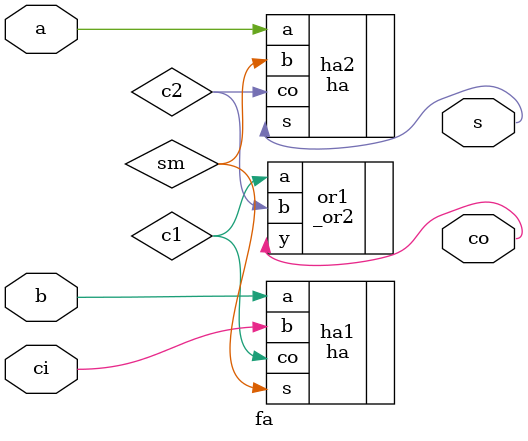
<source format=v>
module fa(a, b, ci, s, co);
	input a, b, ci;
	output s, co;
	wire c1, c2, sm;
	
	ha ha1(.s(sm), .co(c1), .a(b), .b(ci));
	ha ha2(.s(s), .co(c2), .a(a), .b(sm));
	_or2 or1(.y(co), .a(c1), .b(c2));
	
		
endmodule


</source>
